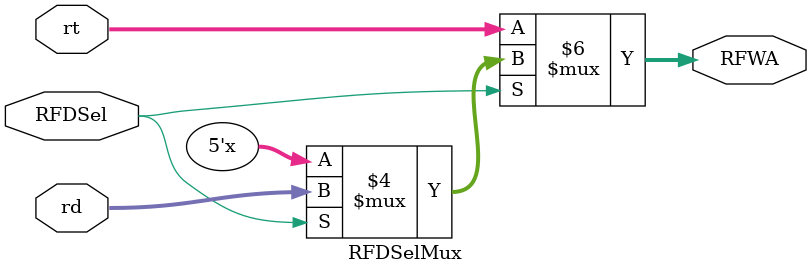
<source format=v>
`timescale 1ns / 1ps


module RFDSelMux(input RFDSel, input [4:0] rt, rd, output reg [4:0] RFWA);
always@(*)begin
if(RFDSel == 1)begin
RFWA <= rd;
end
if(RFDSel == 0)begin
RFWA <= rt;
end
end
endmodule

</source>
